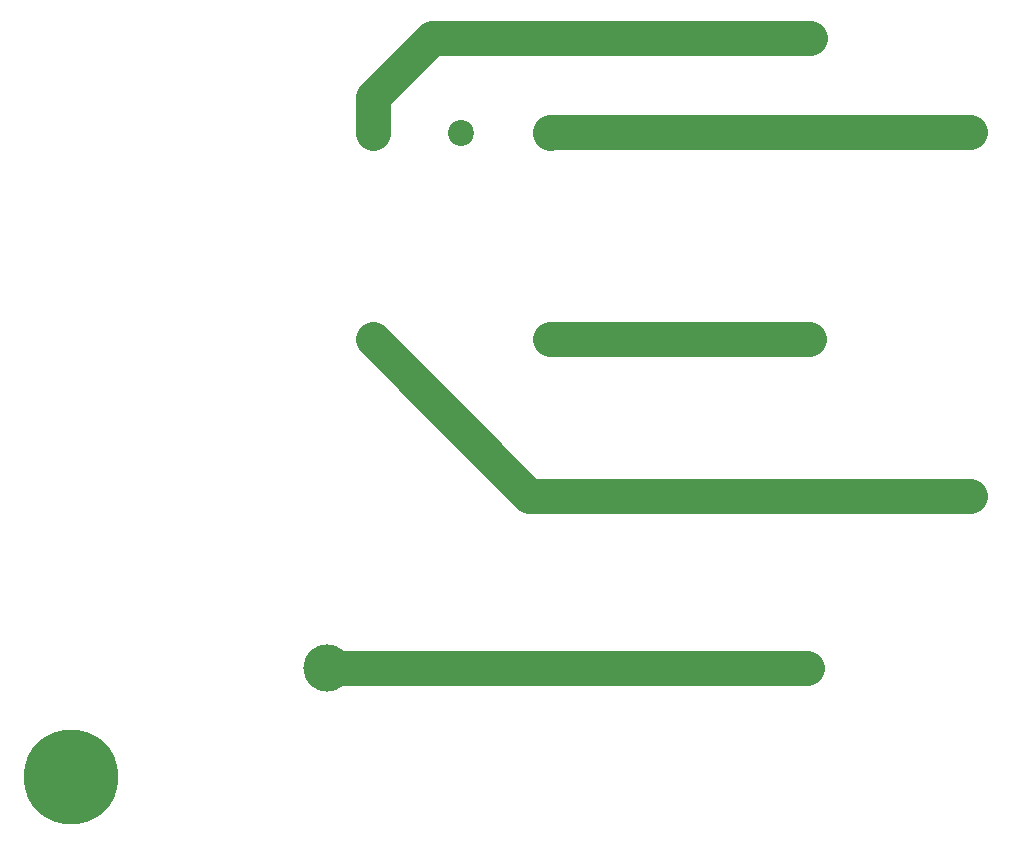
<source format=gtl>
G04 #@! TF.GenerationSoftware,KiCad,Pcbnew,(5.1.5-0-10_14)*
G04 #@! TF.CreationDate,2023-03-12T15:51:32+01:00*
G04 #@! TF.ProjectId,AC_board,41435f62-6f61-4726-942e-6b696361645f,v01*
G04 #@! TF.SameCoordinates,Original*
G04 #@! TF.FileFunction,Copper,L1,Top*
G04 #@! TF.FilePolarity,Positive*
%FSLAX46Y46*%
G04 Gerber Fmt 4.6, Leading zero omitted, Abs format (unit mm)*
G04 Created by KiCad (PCBNEW (5.1.5-0-10_14)) date 2023-03-12 15:51:32*
%MOMM*%
%LPD*%
G04 APERTURE LIST*
%ADD10C,2.700000*%
%ADD11C,4.000000*%
%ADD12C,0.100000*%
%ADD13C,2.200000*%
%ADD14C,8.000000*%
%ADD15C,3.000000*%
G04 APERTURE END LIST*
D10*
X132220000Y-109800000D03*
X137300000Y-109800000D03*
X145970000Y-95200000D03*
X151050000Y-95200000D03*
D11*
X96640000Y-109800000D03*
D10*
X151050000Y-64440000D03*
X145970000Y-64440000D03*
X137540000Y-56450000D03*
X132460000Y-56450000D03*
X137480000Y-81970000D03*
X132400000Y-81970000D03*
G04 #@! TA.AperFunction,ComponentPad*
D12*
G36*
X116103909Y-80882648D02*
G01*
X116157300Y-80890568D01*
X116209657Y-80903683D01*
X116260476Y-80921866D01*
X116309268Y-80944943D01*
X116355564Y-80972692D01*
X116398916Y-81004844D01*
X116438909Y-81041091D01*
X116475156Y-81081084D01*
X116507308Y-81124436D01*
X116535057Y-81170732D01*
X116558134Y-81219524D01*
X116576317Y-81270343D01*
X116589432Y-81322700D01*
X116597352Y-81376091D01*
X116600000Y-81430000D01*
X116600000Y-82530000D01*
X116597352Y-82583909D01*
X116589432Y-82637300D01*
X116576317Y-82689657D01*
X116558134Y-82740476D01*
X116535057Y-82789268D01*
X116507308Y-82835564D01*
X116475156Y-82878916D01*
X116438909Y-82918909D01*
X116398916Y-82955156D01*
X116355564Y-82987308D01*
X116309268Y-83015057D01*
X116260476Y-83038134D01*
X116209657Y-83056317D01*
X116157300Y-83069432D01*
X116103909Y-83077352D01*
X116050000Y-83080000D01*
X114950000Y-83080000D01*
X114896091Y-83077352D01*
X114842700Y-83069432D01*
X114790343Y-83056317D01*
X114739524Y-83038134D01*
X114690732Y-83015057D01*
X114644436Y-82987308D01*
X114601084Y-82955156D01*
X114561091Y-82918909D01*
X114524844Y-82878916D01*
X114492692Y-82835564D01*
X114464943Y-82789268D01*
X114441866Y-82740476D01*
X114423683Y-82689657D01*
X114410568Y-82637300D01*
X114402648Y-82583909D01*
X114400000Y-82530000D01*
X114400000Y-81430000D01*
X114402648Y-81376091D01*
X114410568Y-81322700D01*
X114423683Y-81270343D01*
X114441866Y-81219524D01*
X114464943Y-81170732D01*
X114492692Y-81124436D01*
X114524844Y-81081084D01*
X114561091Y-81041091D01*
X114601084Y-81004844D01*
X114644436Y-80972692D01*
X114690732Y-80944943D01*
X114739524Y-80921866D01*
X114790343Y-80903683D01*
X114842700Y-80890568D01*
X114896091Y-80882648D01*
X114950000Y-80880000D01*
X116050000Y-80880000D01*
X116103909Y-80882648D01*
G37*
G04 #@! TD.AperFunction*
D13*
X115500000Y-64480000D03*
X108000000Y-64480000D03*
X100500000Y-64480000D03*
X100500000Y-81980000D03*
D14*
X75000000Y-119000000D03*
D15*
X137480000Y-81970000D02*
X132400000Y-81970000D01*
X132390000Y-81980000D02*
X132400000Y-81970000D01*
X115500000Y-81980000D02*
X132390000Y-81980000D01*
X151050000Y-64440000D02*
X145970000Y-64440000D01*
X115540000Y-64440000D02*
X115500000Y-64480000D01*
X145970000Y-64440000D02*
X115540000Y-64440000D01*
X137540000Y-56450000D02*
X132460000Y-56450000D01*
X100500000Y-62924366D02*
X100500000Y-64480000D01*
X105521998Y-56450000D02*
X100500000Y-61471998D01*
X100500000Y-61471998D02*
X100500000Y-62924366D01*
X132460000Y-56450000D02*
X105521998Y-56450000D01*
X151050000Y-95200000D02*
X145970000Y-95200000D01*
X113720000Y-95200000D02*
X100500000Y-81980000D01*
X145970000Y-95200000D02*
X113720000Y-95200000D01*
X132220000Y-109800000D02*
X137300000Y-109800000D01*
X132200000Y-109780000D02*
X132220000Y-109800000D01*
X99468427Y-109800000D02*
X132220000Y-109800000D01*
X96640000Y-109800000D02*
X99468427Y-109800000D01*
M02*

</source>
